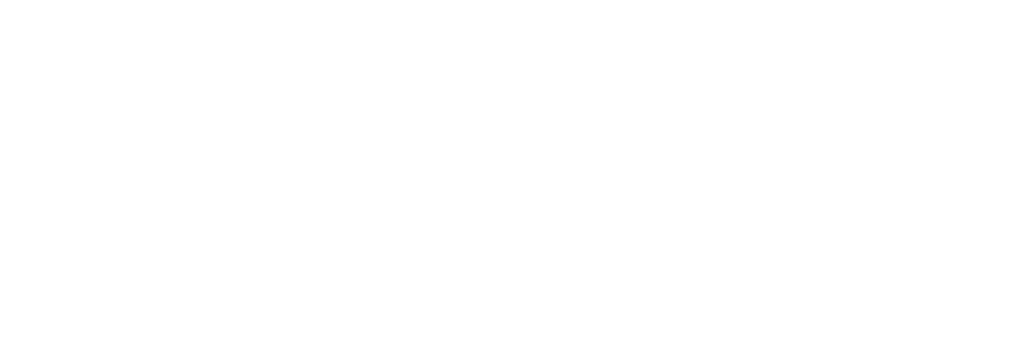
<source format=kicad_pcb>
(kicad_pcb (version 3) (host pcbnew "mm_stamp.dxf")

  (general
    (links 0)
    (no_connects 0)
    (area 0 0 0 0)
    (thickness 1.6)
    (drawings 5)
    (tracks 0)
    (zones 0)
    (modules 0)
    (nets 1)
  )

  (page A3)
  (layers
    (15 F.Cu signal)
    (0 B.Cu signal)
    (16 B.Adhes user)
    (17 F.Adhes user)
    (18 B.Paste user)
    (19 F.Paste user)
    (20 B.SilkS user)
    (21 F.SilkS user)
    (22 B.Mask user)
    (23 F.Mask user)
    (24 Dwgs.User user)
    (25 Cmts.User user)
    (26 Eco1.User user)
    (27 Eco2.User user)
    (28 Edge.Cuts user)
  )

  (setup
    (last_trace_width 0.254)
    (trace_clearance 0.254)
    (zone_clearance 0.508)
    (zone_45_only no)
    (trace_min 0.254)
    (segment_width 0.2)
    (edge_width 0.1)
    (via_size 0.889)
    (via_drill 0.635)
    (via_min_size 0.889)
    (via_min_drill 0.508)
    (uvia_size 0.508)
    (uvia_drill 0.127)
    (uvias_allowed no)
    (uvia_min_size 0.508)
    (uvia_min_drill 0.127)
    (pcb_text_width 0.3)
    (pcb_text_size 1.5 1.5)
    (mod_edge_width 0.15)
    (mod_text_size 1 1)
    (mod_text_width 0.15)
    (pad_size 1.5 1.5)
    (pad_drill 0.6)
    (pad_to_mask_clearance 0)
    (aux_axis_origin 0 0)
    (visible_elements FFFFF77F)
    (pcbplotparams
      (layerselection 3178497)
      (usegerberextensions true)
      (excludeedgelayer true)
      (linewidth 152400)
      (plotframeref false)
      (viasonmask false)
      (mode 1)
      (useauxorigin false)
      (hpglpennumber 1)
      (hpglpenspeed 20)
      (hpglpendiameter 15)
      (hpglpenoverlay 2)
      (psnegative false)
      (psa4output false)
      (plotreference true)
      (plotvalue true)
      (plotothertext true)
      (plotinvisibletext false)
      (padsonsilk false)
      (subtractmaskfromsilk false)
      (outputformat 1)
      (mirror false)
      (drillshape 1)
      (scaleselection 1)
      (outputdirectory ""))
  )

  (net 0 "")

  (net_class Default "This is the default net class."
    (clearance 0.254)
    (trace_width 0.254)
    (via_dia 0.889)
    (via_drill 0.635)
    (uvia_dia 0.508)
    (uvia_drill 0.127)
    (add_net "")
  )

  (gr_line (start 30.240196228027344 -127.18900299072266) (end 30.240196228027344 -127.18900299072266) (angle 90) (layer F.SilkS) (width 0.01))
  (gr_line (start 36.013702392578125 -135.38340759277344) (end 36.013702392578125 -135.38340759277344) (angle 90) (layer F.SilkS) (width 0.01))
  (gr_line (start 31.447063446044922 -139.6560821533203) (end 31.447063446044922 -139.6560821533203) (angle 90) (layer F.SilkS) (width 0.01))
  (gr_line (start 140.14511108398438 -135.38340759277344) (end 140.14511108398438 -135.38340759277344) (angle 90) (layer F.SilkS) (width 0.01))
  (gr_line (start 136.20263671875 -139.6560821533203) (end 136.20263671875 -139.6560821533203) (angle 90) (layer F.SilkS) (width 0.01))
  (gr_line (start 112.77503204345703 -163.54824829101562) (end 112.77503204345703 -163.54824829101562) (angle 90) (layer F.SilkS) (width 0.01))
  (gr_line (start 83.41061401367188 -176.42689514160156) (end 83.41061401367188 -176.42689514160156) (angle 90) (layer F.SilkS) (width 0.01))
  (gr_line (start 79.80147552490234 -194.53167724609375) (end 79.80147552490234 -194.53167724609375) (angle 90) (layer F.SilkS) (width 0.01))
  (gr_line (start 56.04551696777344 -211.00990295410156) (end 56.04551696777344 -211.00990295410156) (angle 90) (layer F.SilkS) (width 0.01))
  (gr_line (start 113.11636352539062 -211.00990295410156) (end 113.11636352539062 -211.00990295410156) (angle 90) (layer F.SilkS) (width 0.01))
  (gr_line (start -270.94580078125 -65.4820327758789) (end -271.3162536621094 -65.70922088623047) (angle 90) (layer F.SilkS) (width 0.01))
  (gr_line (start -271.3162536621094 -65.70922088623047) (end -271.4415283203125 -66.12298583984375) (angle 90) (layer F.SilkS) (width 0.01))
  (gr_line (start -271.4415283203125 -66.12298583984375) (end -271.3755798339844 -66.36336517333984) (angle 90) (layer F.SilkS) (width 0.01))
  (gr_line (start -271.3755798339844 -66.36336517333984) (end -271.21826171875 -66.55915069580078) (angle 90) (layer F.SilkS) (width 0.01))
  (gr_line (start -271.21826171875 -66.55915069580078) (end -271.3146057128906 -66.6877212524414) (angle 90) (layer F.SilkS) (width 0.01))
  (gr_line (start -271.3146057128906 -66.6877212524414) (end -271.3966979980469 -66.82553100585938) (angle 90) (layer F.SilkS) (width 0.01))
  (gr_line (start -271.3966979980469 -66.82553100585938) (end -271.4385070800781 -67.14434814453125) (angle 90) (layer F.SilkS) (width 0.01))
  (gr_line (start -271.4385070800781 -67.14434814453125) (end -271.33197021484375 -67.44989776611328) (angle 90) (layer F.SilkS) (width 0.01))
  (gr_line (start -271.33197021484375 -67.44989776611328) (end -271.0606994628906 -67.69432067871094) (angle 90) (layer F.SilkS) (width 0.01))
  (gr_line (start -271.0606994628906 -67.69432067871094) (end -270.69921875 -67.75177001953125) (angle 90) (layer F.SilkS) (width 0.01))
  (gr_line (start -270.69921875 -67.75177001953125) (end -270.6331481933594 -67.83226776123047) (angle 90) (layer F.SilkS) (width 0.01))
  (gr_line (start -270.6331481933594 -67.83226776123047) (end -270.5888366699219 -67.93026733398438) (angle 90) (layer F.SilkS) (width 0.01))
  (gr_line (start -270.5888366699219 -67.93026733398438) (end -270.5367126464844 -68.04175567626953) (angle 90) (layer F.SilkS) (width 0.01))
  (gr_line (start -270.5367126464844 -68.04175567626953) (end -270.62286376953125 -68.1034164428711) (angle 90) (layer F.SilkS) (width 0.01))
  (gr_line (start -270.62286376953125 -68.1034164428711) (end -270.76812744140625 -68.15629577636719) (angle 90) (layer F.SilkS) (width 0.01))
  (gr_line (start -270.76812744140625 -68.15629577636719) (end -270.9145812988281 -68.20402526855469) (angle 90) (layer F.SilkS) (width 0.01))
  (gr_line (start -270.9145812988281 -68.20402526855469) (end -270.93353271484375 -68.33527374267578) (angle 90) (layer F.SilkS) (width 0.01))
  (gr_line (start -270.93353271484375 -68.33527374267578) (end -270.9454345703125 -68.4675521850586) (angle 90) (layer F.SilkS) (width 0.01))
  (gr_line (start -270.9454345703125 -68.4675521850586) (end -270.95660400390625 -68.63272094726562) (angle 90) (layer F.SilkS) (width 0.01))
  (gr_line (start -270.95660400390625 -68.63272094726562) (end -270.9554748535156 -68.79862976074219) (angle 90) (layer F.SilkS) (width 0.01))
  (gr_line (start -270.9554748535156 -68.79862976074219) (end -270.9369201660156 -68.91986846923828) (angle 90) (layer F.SilkS) (width 0.01))
  (gr_line (start -270.9369201660156 -68.91986846923828) (end -270.9255676269531 -69.04170227050781) (angle 90) (layer F.SilkS) (width 0.01))
  (gr_line (start -270.9255676269531 -69.04170227050781) (end -270.85113525390625 -69.1095962524414) (angle 90) (layer F.SilkS) (width 0.01))
  (gr_line (start -270.85113525390625 -69.1095962524414) (end -270.7493896484375 -69.14340209960938) (angle 90) (layer F.SilkS) (width 0.01))
  (gr_line (start -270.7493896484375 -69.14340209960938) (end -270.6253967285156 -69.18385314941406) (angle 90) (layer F.SilkS) (width 0.01))
  (gr_line (start -270.6253967285156 -69.18385314941406) (end -270.5474548339844 -69.26493835449219) (angle 90) (layer F.SilkS) (width 0.01))
  (gr_line (start -270.5474548339844 -69.26493835449219) (end -270.6239013671875 -69.43536376953125) (angle 90) (layer F.SilkS) (width 0.01))
  (gr_line (start -270.6239013671875 -69.43536376953125) (end -270.6955261230469 -69.6080322265625) (angle 90) (layer F.SilkS) (width 0.01))
  (gr_line (start -270.6955261230469 -69.6080322265625) (end -270.51824951171875 -69.83822631835938) (angle 90) (layer F.SilkS) (width 0.01))
  (gr_line (start -270.51824951171875 -69.83822631835938) (end -270.3111267089844 -70.04093933105469) (angle 90) (layer F.SilkS) (width 0.01))
  (gr_line (start -270.3111267089844 -70.04093933105469) (end -270.1750793457031 -70.15406799316406) (angle 90) (layer F.SilkS) (width 0.01))
  (gr_line (start -270.1750793457031 -70.15406799316406) (end -270.0152282714844 -70.1898422241211) (angle 90) (layer F.SilkS) (width 0.01))
  (gr_line (start -270.0152282714844 -70.1898422241211) (end -269.86395263671875 -70.11768341064453) (angle 90) (layer F.SilkS) (width 0.01))
  (gr_line (start -269.86395263671875 -70.11768341064453) (end -269.71246337890625 -70.0459213256836) (angle 90) (layer F.SilkS) (width 0.01))
  (gr_line (start -269.71246337890625 -70.0459213256836) (end -269.6625061035156 -70.1547622680664) (angle 90) (layer F.SilkS) (width 0.01))
  (gr_line (start -269.6625061035156 -70.1547622680664) (end -269.6197204589844 -70.26661682128906) (angle 90) (layer F.SilkS) (width 0.01))
  (gr_line (start -269.6197204589844 -70.26661682128906) (end -269.5751953125 -70.3963851928711) (angle 90) (layer F.SilkS) (width 0.01))
  (gr_line (start -269.5751953125 -70.3963851928711) (end -269.45733642578125 -70.45235443115234) (angle 90) (layer F.SilkS) (width 0.01))
  (gr_line (start -269.45733642578125 -70.45235443115234) (end -269.3204650878906 -70.46731567382812) (angle 90) (layer F.SilkS) (width 0.01))
  (gr_line (start -269.3204650878906 -70.46731567382812) (end -269.18341064453125 -70.47228240966797) (angle 90) (layer F.SilkS) (width 0.01))
  (gr_line (start -269.18341064453125 -70.47228240966797) (end -269.0321044921875 -70.47256469726562) (angle 90) (layer F.SilkS) (width 0.01))
  (gr_line (start -269.0321044921875 -70.47256469726562) (end -268.8817443847656 -70.46231842041016) (angle 90) (layer F.SilkS) (width 0.01))
  (gr_line (start -268.8817443847656 -70.46231842041016) (end -268.7259521484375 -70.43448638916016) (angle 90) (layer F.SilkS) (width 0.01))
  (gr_line (start -268.7259521484375 -70.43448638916016) (end -268.6391906738281 -70.31106567382812) (angle 90) (layer F.SilkS) (width 0.01))
  (gr_line (start -268.6391906738281 -70.31106567382812) (end -268.5966796875 -70.1817398071289) (angle 90) (layer F.SilkS) (width 0.01))
  (gr_line (start -268.5966796875 -70.1817398071289) (end -268.55096435546875 -70.05364990234375) (angle 90) (layer F.SilkS) (width 0.01))
  (gr_line (start -268.55096435546875 -70.05364990234375) (end -268.4124755859375 -70.10302734375) (angle 90) (layer F.SilkS) (width 0.01))
  (gr_line (start -268.4124755859375 -70.10302734375) (end -268.2788391113281 -70.16545104980469) (angle 90) (layer F.SilkS) (width 0.01))
  (gr_line (start -268.2788391113281 -70.16545104980469) (end -268.161865234375 -70.20482635498047) (angle 90) (layer F.SilkS) (width 0.01))
  (gr_line (start -268.161865234375 -70.20482635498047) (end -268.0584411621094 -70.13556671142578) (angle 90) (layer F.SilkS) (width 0.01))
  (gr_line (start -268.0584411621094 -70.13556671142578) (end -267.77838134765625 -69.88819885253906) (angle 90) (layer F.SilkS) (width 0.01))
  (gr_line (start -267.77838134765625 -69.88819885253906) (end -267.55108642578125 -69.59107971191406) (angle 90) (layer F.SilkS) (width 0.01))
  (gr_line (start -267.55108642578125 -69.59107971191406) (end -267.64068603515625 -69.40949249267578) (angle 90) (layer F.SilkS) (width 0.01))
  (gr_line (start -267.64068603515625 -69.40949249267578) (end -267.7220153808594 -69.22368621826172) (angle 90) (layer F.SilkS) (width 0.01))
  (gr_line (start -267.7220153808594 -69.22368621826172) (end -267.5312805175781 -69.1548080444336) (angle 90) (layer F.SilkS) (width 0.01))
  (gr_line (start -267.5312805175781 -69.1548080444336) (end -267.34222412109375 -69.08269500732422) (angle 90) (layer F.SilkS) (width 0.01))
  (gr_line (start -267.34222412109375 -69.08269500732422) (end -267.3168029785156 -68.9605712890625) (angle 90) (layer F.SilkS) (width 0.01))
  (gr_line (start -267.3168029785156 -68.9605712890625) (end -267.299560546875 -68.83682250976562) (angle 90) (layer F.SilkS) (width 0.01))
  (gr_line (start -267.299560546875 -68.83682250976562) (end -267.28948974609375 -68.6832046508789) (angle 90) (layer F.SilkS) (width 0.01))
  (gr_line (start -267.28948974609375 -68.6832046508789) (end -267.2945861816406 -68.53012084960938) (angle 90) (layer F.SilkS) (width 0.01))
  (gr_line (start -267.2945861816406 -68.53012084960938) (end -267.3099670410156 -68.36367797851562) (angle 90) (layer F.SilkS) (width 0.01))
  (gr_line (start -267.3099670410156 -68.36367797851562) (end -267.3528747558594 -68.20342254638672) (angle 90) (layer F.SilkS) (width 0.01))
  (gr_line (start -267.3528747558594 -68.20342254638672) (end -267.5398254394531 -68.13603210449219) (angle 90) (layer F.SilkS) (width 0.01))
  (gr_line (start -267.5398254394531 -68.13603210449219) (end -267.72552490234375 -68.06517028808594) (angle 90) (layer F.SilkS) (width 0.01))
  (gr_line (start -267.72552490234375 -68.06517028808594) (end -267.6517639160156 -67.9094467163086) (angle 90) (layer F.SilkS) (width 0.01))
  (gr_line (start -267.6517639160156 -67.9094467163086) (end -267.5726318359375 -67.75674438476562) (angle 90) (layer F.SilkS) (width 0.01))
  (gr_line (start -267.5726318359375 -67.75674438476562) (end -267.4318542480469 -67.74517059326172) (angle 90) (layer F.SilkS) (width 0.01))
  (gr_line (start -267.4318542480469 -67.74517059326172) (end -267.29315185546875 -67.7168960571289) (angle 90) (layer F.SilkS) (width 0.01))
  (gr_line (start -267.29315185546875 -67.7168960571289) (end -267.1255798339844 -67.61807250976562) (angle 90) (layer F.SilkS) (width 0.01))
  (gr_line (start -267.1255798339844 -67.61807250976562) (end -266.9893798828125 -67.48079681396484) (angle 90) (layer F.SilkS) (width 0.01))
  (gr_line (start -266.9893798828125 -67.48079681396484) (end -266.88165283203125 -67.24930572509766) (angle 90) (layer F.SilkS) (width 0.01))
  (gr_line (start -266.88165283203125 -67.24930572509766) (end -266.8632507324219 -66.99393463134766) (angle 90) (layer F.SilkS) (width 0.01))
  (gr_line (start -266.8632507324219 -66.99393463134766) (end -266.921875 -66.7621841430664) (angle 90) (layer F.SilkS) (width 0.01))
  (gr_line (start -266.921875 -66.7621841430664) (end -267.0624694824219 -66.56757354736328) (angle 90) (layer F.SilkS) (width 0.01))
  (gr_line (start -267.0624694824219 -66.56757354736328) (end -266.8838806152344 -66.33139038085938) (angle 90) (layer F.SilkS) (width 0.01))
  (gr_line (start -266.8838806152344 -66.33139038085938) (end -266.8333435058594 -66.04142761230469) (angle 90) (layer F.SilkS) (width 0.01))
  (gr_line (start -266.8333435058594 -66.04142761230469) (end -266.9992370605469 -65.66217041015625) (angle 90) (layer F.SilkS) (width 0.01))
  (gr_line (start -266.9992370605469 -65.66217041015625) (end -267.3704833984375 -65.47753143310547) (angle 90) (layer F.SilkS) (width 0.01))
  (gr_line (start -267.3704833984375 -65.47753143310547) (end -267.5884704589844 -65.4920654296875) (angle 90) (layer F.SilkS) (width 0.01))
  (gr_line (start -267.5884704589844 -65.4920654296875) (end -267.7901306152344 -65.57756042480469) (angle 90) (layer F.SilkS) (width 0.01))
  (gr_line (start -267.7901306152344 -65.57756042480469) (end -267.9606018066406 -65.72013092041016) (angle 90) (layer F.SilkS) (width 0.01))
  (gr_line (start -267.9606018066406 -65.72013092041016) (end -268.1510925292969 -65.82918548583984) (angle 90) (layer F.SilkS) (width 0.01))
  (gr_line (start -268.1510925292969 -65.82918548583984) (end -268.5894775390625 -65.96026611328125) (angle 90) (layer F.SilkS) (width 0.01))
  (gr_line (start -268.5894775390625 -65.96026611328125) (end -269.0276794433594 -66.0925064086914) (angle 90) (layer F.SilkS) (width 0.01))
  (gr_line (start -269.0276794433594 -66.0925064086914) (end -269.2298889160156 -66.09996032714844) (angle 90) (layer F.SilkS) (width 0.01))
  (gr_line (start -269.2298889160156 -66.09996032714844) (end -269.4281921386719 -66.04022216796875) (angle 90) (layer F.SilkS) (width 0.01))
  (gr_line (start -269.4281921386719 -66.04022216796875) (end -269.8258361816406 -65.91836547851562) (angle 90) (layer F.SilkS) (width 0.01))
  (gr_line (start -269.8258361816406 -65.91836547851562) (end -270.22222900390625 -65.7943115234375) (angle 90) (layer F.SilkS) (width 0.01))
  (gr_line (start -270.22222900390625 -65.7943115234375) (end -270.5176086425781 -65.5625228881836) (angle 90) (layer F.SilkS) (width 0.01))
  (gr_line (start -270.5176086425781 -65.5625228881836) (end -270.877685546875 -65.47753143310547) (angle 90) (layer F.SilkS) (width 0.01))
  (gr_line (start -270.877685546875 -65.47753143310547) (end -270.9122619628906 -65.47696685791016) (angle 90) (layer F.SilkS) (width 0.01))
  (gr_line (start -270.9122619628906 -65.47696685791016) (end -270.94586181640625 -65.48193359375) (angle 90) (layer F.SilkS) (width 0.01))
  (gr_line (start -270.94586181640625 -65.48193359375) (end -270.94586181640625 -65.48194122314453) (angle 90) (layer F.SilkS) (width 0.01))
  (gr_line (start -270.94586181640625 -65.48194122314453) (end -270.94586181640625 -65.48194122314453) (angle 90) (layer F.SilkS) (width 0.01))
  (gr_line (start -270.7574157714844 -65.74940490722656) (end -270.5701599121094 -65.8501205444336) (angle 90) (layer F.SilkS) (width 0.01))
  (gr_line (start -270.5701599121094 -65.8501205444336) (end -270.4081115722656 -65.99031829833984) (angle 90) (layer F.SilkS) (width 0.01))
  (gr_line (start -270.4081115722656 -65.99031829833984) (end -270.1938171386719 -66.09086608886719) (angle 90) (layer F.SilkS) (width 0.01))
  (gr_line (start -270.1938171386719 -66.09086608886719) (end -269.9644775390625 -66.15584564208984) (angle 90) (layer F.SilkS) (width 0.01))
  (gr_line (start -269.9644775390625 -66.15584564208984) (end -269.68310546875 -66.2415542602539) (angle 90) (layer F.SilkS) (width 0.01))
  (gr_line (start -269.68310546875 -66.2415542602539) (end -269.4022521972656 -66.3288803100586) (angle 90) (layer F.SilkS) (width 0.01))
  (gr_line (start -269.4022521972656 -66.3288803100586) (end -269.7078552246094 -66.42501831054688) (angle 90) (layer F.SilkS) (width 0.01))
  (gr_line (start -269.7078552246094 -66.42501831054688) (end -270.0160217285156 -66.51229858398438) (angle 90) (layer F.SilkS) (width 0.01))
  (gr_line (start -270.0160217285156 -66.51229858398438) (end -270.2281188964844 -66.44902801513672) (angle 90) (layer F.SilkS) (width 0.01))
  (gr_line (start -270.2281188964844 -66.44902801513672) (end -270.4411926269531 -66.38993835449219) (angle 90) (layer F.SilkS) (width 0.01))
  (gr_line (start -270.4411926269531 -66.38993835449219) (end -270.6182861328125 -66.40653228759766) (angle 90) (layer F.SilkS) (width 0.01))
  (gr_line (start -270.6182861328125 -66.40653228759766) (end -270.7954406738281 -66.4198226928711) (angle 90) (layer F.SilkS) (width 0.01))
  (gr_line (start -270.7954406738281 -66.4198226928711) (end -271.0127868652344 -66.37226867675781) (angle 90) (layer F.SilkS) (width 0.01))
  (gr_line (start -271.0127868652344 -66.37226867675781) (end -271.1546936035156 -66.20103454589844) (angle 90) (layer F.SilkS) (width 0.01))
  (gr_line (start -271.1546936035156 -66.20103454589844) (end -271.1368408203125 -65.92193603515625) (angle 90) (layer F.SilkS) (width 0.01))
  (gr_line (start -271.1368408203125 -65.92193603515625) (end -270.91644287109375 -65.7494125366211) (angle 90) (layer F.SilkS) (width 0.01))
  (gr_line (start -270.91644287109375 -65.7494125366211) (end -270.8369140625 -65.74323272705078) (angle 90) (layer F.SilkS) (width 0.01))
  (gr_line (start -270.8369140625 -65.74323272705078) (end -270.7574157714844 -65.7494125366211) (angle 90) (layer F.SilkS) (width 0.01))
  (gr_line (start -270.7574157714844 -65.7494125366211) (end -270.7574157714844 -65.7494125366211) (angle 90) (layer F.SilkS) (width 0.01))
  (gr_line (start -270.7574157714844 -65.7494125366211) (end -270.7574157714844 -65.7494125366211) (angle 90) (layer F.SilkS) (width 0.01))
  (gr_line (start -270.906494140625 -65.88887023925781) (end -271.0369873046875 -66.01896667480469) (angle 90) (layer F.SilkS) (width 0.01))
  (gr_line (start -271.0369873046875 -66.01896667480469) (end -271.0048828125 -66.20155334472656) (angle 90) (layer F.SilkS) (width 0.01))
  (gr_line (start -271.0048828125 -66.20155334472656) (end -270.8802490234375 -66.27440643310547) (angle 90) (layer F.SilkS) (width 0.01))
  (gr_line (start -270.8802490234375 -66.27440643310547) (end -270.7391357421875 -66.24549865722656) (angle 90) (layer F.SilkS) (width 0.01))
  (gr_line (start -270.7391357421875 -66.24549865722656) (end -270.6466064453125 -66.09799194335938) (angle 90) (layer F.SilkS) (width 0.01))
  (gr_line (start -270.6466064453125 -66.09799194335938) (end -270.7107849121094 -65.9358901977539) (angle 90) (layer F.SilkS) (width 0.01))
  (gr_line (start -270.7107849121094 -65.9358901977539) (end -270.8013610839844 -65.88550567626953) (angle 90) (layer F.SilkS) (width 0.01))
  (gr_line (start -270.8013610839844 -65.88550567626953) (end -270.906494140625 -65.88886260986328) (angle 90) (layer F.SilkS) (width 0.01))
  (gr_line (start -270.906494140625 -65.88886260986328) (end -270.906494140625 -65.88886260986328) (angle 90) (layer F.SilkS) (width 0.01))
  (gr_line (start -270.906494140625 -65.88886260986328) (end -270.906494140625 -65.88886260986328) (angle 90) (layer F.SilkS) (width 0.01))
  (gr_line (start -267.3585205078125 -65.74939727783203) (end -267.1617431640625 -65.88448333740234) (angle 90) (layer F.SilkS) (width 0.01))
  (gr_line (start -267.1617431640625 -65.88448333740234) (end -267.100341796875 -66.1142807006836) (angle 90) (layer F.SilkS) (width 0.01))
  (gr_line (start -267.100341796875 -66.1142807006836) (end -267.2117919921875 -66.33521270751953) (angle 90) (layer F.SilkS) (width 0.01))
  (gr_line (start -267.2117919921875 -66.33521270751953) (end -267.4445495605469 -66.41980743408203) (angle 90) (layer F.SilkS) (width 0.01))
  (gr_line (start -267.4445495605469 -66.41980743408203) (end -267.56439208984375 -66.41952514648438) (angle 90) (layer F.SilkS) (width 0.01))
  (gr_line (start -267.56439208984375 -66.41952514648438) (end -267.68218994140625 -66.4000015258789) (angle 90) (layer F.SilkS) (width 0.01))
  (gr_line (start -267.68218994140625 -66.4000015258789) (end -267.8094787597656 -66.39093780517578) (angle 90) (layer F.SilkS) (width 0.01))
  (gr_line (start -267.8094787597656 -66.39093780517578) (end -267.9339294433594 -66.41495513916016) (angle 90) (layer F.SilkS) (width 0.01))
  (gr_line (start -267.9339294433594 -66.41495513916016) (end -268.2300720214844 -66.50541687011719) (angle 90) (layer F.SilkS) (width 0.01))
  (gr_line (start -268.2300720214844 -66.50541687011719) (end -268.52764892578125 -66.59226989746094) (angle 90) (layer F.SilkS) (width 0.01))
  (gr_line (start -268.52764892578125 -66.59226989746094) (end -268.94390869140625 -66.71845245361328) (angle 90) (layer F.SilkS) (width 0.01))
  (gr_line (start -268.94390869140625 -66.71845245361328) (end -269.3596496582031 -66.8462905883789) (angle 90) (layer F.SilkS) (width 0.01))
  (gr_line (start -269.3596496582031 -66.8462905883789) (end -269.4886779785156 -66.88224029541016) (angle 90) (layer F.SilkS) (width 0.01))
  (gr_line (start -269.4886779785156 -66.88224029541016) (end -269.6178894042969 -66.91957092285156) (angle 90) (layer F.SilkS) (width 0.01))
  (gr_line (start -269.6178894042969 -66.91957092285156) (end -269.9215393066406 -67.0107650756836) (angle 90) (layer F.SilkS) (width 0.01))
  (gr_line (start -269.9215393066406 -67.0107650756836) (end -270.2231140136719 -67.1082763671875) (angle 90) (layer F.SilkS) (width 0.01))
  (gr_line (start -270.2231140136719 -67.1082763671875) (end -270.32440185546875 -67.20626068115234) (angle 90) (layer F.SilkS) (width 0.01))
  (gr_line (start -270.32440185546875 -67.20626068115234) (end -270.4114685058594 -67.31816864013672) (angle 90) (layer F.SilkS) (width 0.01))
  (gr_line (start -270.4114685058594 -67.31816864013672) (end -270.6524658203125 -67.46405792236328) (angle 90) (layer F.SilkS) (width 0.01))
  (gr_line (start -270.6524658203125 -67.46405792236328) (end -270.9263916015625 -67.45494842529297) (angle 90) (layer F.SilkS) (width 0.01))
  (gr_line (start -270.9263916015625 -67.45494842529297) (end -271.0186462402344 -67.39042663574219) (angle 90) (layer F.SilkS) (width 0.01))
  (gr_line (start -271.0186462402344 -67.39042663574219) (end -270.91644287109375 -67.34536743164062) (angle 90) (layer F.SilkS) (width 0.01))
  (gr_line (start -270.91644287109375 -67.34536743164062) (end -270.77471923828125 -67.29195404052734) (angle 90) (layer F.SilkS) (width 0.01))
  (gr_line (start -270.77471923828125 -67.29195404052734) (end -270.72833251953125 -67.1622543334961) (angle 90) (layer F.SilkS) (width 0.01))
  (gr_line (start -270.72833251953125 -67.1622543334961) (end -270.7773742675781 -66.9968032836914) (angle 90) (layer F.SilkS) (width 0.01))
  (gr_line (start -270.7773742675781 -66.9968032836914) (end -270.9049987792969 -66.90406799316406) (angle 90) (layer F.SilkS) (width 0.01))
  (gr_line (start -270.9049987792969 -66.90406799316406) (end -271.0399475097656 -66.93974304199219) (angle 90) (layer F.SilkS) (width 0.01))
  (gr_line (start -271.0399475097656 -66.93974304199219) (end -271.17425537109375 -66.97914123535156) (angle 90) (layer F.SilkS) (width 0.01))
  (gr_line (start -271.17425537109375 -66.97914123535156) (end -271.0319519042969 -66.7718734741211) (angle 90) (layer F.SilkS) (width 0.01))
  (gr_line (start -271.0319519042969 -66.7718734741211) (end -270.7992248535156 -66.68377685546875) (angle 90) (layer F.SilkS) (width 0.01))
  (gr_line (start -270.7992248535156 -66.68377685546875) (end -270.5787353515625 -66.69495391845703) (angle 90) (layer F.SilkS) (width 0.01))
  (gr_line (start -270.5787353515625 -66.69495391845703) (end -270.36419677734375 -66.75507354736328) (angle 90) (layer F.SilkS) (width 0.01))
  (gr_line (start -270.36419677734375 -66.75507354736328) (end -270.19390869140625 -66.72439575195312) (angle 90) (layer F.SilkS) (width 0.01))
  (gr_line (start -270.19390869140625 -66.72439575195312) (end -270.0278625488281 -66.67478942871094) (angle 90) (layer F.SilkS) (width 0.01))
  (gr_line (start -270.0278625488281 -66.67478942871094) (end -269.48321533203125 -66.50812530517578) (angle 90) (layer F.SilkS) (width 0.01))
  (gr_line (start -269.48321533203125 -66.50812530517578) (end -268.9370422363281 -66.34735870361328) (angle 90) (layer F.SilkS) (width 0.01))
  (gr_line (start -268.9370422363281 -66.34735870361328) (end -268.4441223144531 -66.19782257080078) (angle 90) (layer F.SilkS) (width 0.01))
  (gr_line (start -268.4441223144531 -66.19782257080078) (end -267.9522399902344 -66.04637145996094) (angle 90) (layer F.SilkS) (width 0.01))
  (gr_line (start -267.9522399902344 -66.04637145996094) (end -267.7435607910156 -65.88359069824219) (angle 90) (layer F.SilkS) (width 0.01))
  (gr_line (start -267.7435607910156 -65.88359069824219) (end -267.5175476074219 -65.74951934814453) (angle 90) (layer F.SilkS) (width 0.01))
  (gr_line (start -267.5175476074219 -65.74951934814453) (end -267.4380187988281 -65.74333190917969) (angle 90) (layer F.SilkS) (width 0.01))
  (gr_line (start -267.4380187988281 -65.74333190917969) (end -267.3585205078125 -65.74951934814453) (angle 90) (layer F.SilkS) (width 0.01))
  (gr_line (start -267.3585205078125 -65.74951934814453) (end -267.3585205078125 -65.74950408935547) (angle 90) (layer F.SilkS) (width 0.01))
  (gr_line (start -267.3585205078125 -65.74950408935547) (end -267.3585205078125 -65.74950408935547) (angle 90) (layer F.SilkS) (width 0.01))
  (gr_line (start -267.4872131347656 -65.88896942138672) (end -267.6261901855469 -66.06119537353516) (angle 90) (layer F.SilkS) (width 0.01))
  (gr_line (start -267.6261901855469 -66.06119537353516) (end -267.5173034667969 -66.25405883789062) (angle 90) (layer F.SilkS) (width 0.01))
  (gr_line (start -267.5173034667969 -66.25405883789062) (end -267.3426818847656 -66.25840759277344) (angle 90) (layer F.SilkS) (width 0.01))
  (gr_line (start -267.3426818847656 -66.25840759277344) (end -267.2348327636719 -66.1214370727539) (angle 90) (layer F.SilkS) (width 0.01))
  (gr_line (start -267.2348327636719 -66.1214370727539) (end -267.281982421875 -65.94375610351562) (angle 90) (layer F.SilkS) (width 0.01))
  (gr_line (start -267.281982421875 -65.94375610351562) (end -267.4555358886719 -65.88398742675781) (angle 90) (layer F.SilkS) (width 0.01))
  (gr_line (start -267.4555358886719 -65.88398742675781) (end -267.47283935546875 -65.8834228515625) (angle 90) (layer F.SilkS) (width 0.01))
  (gr_line (start -267.47283935546875 -65.8834228515625) (end -267.4872131347656 -65.88900756835938) (angle 90) (layer F.SilkS) (width 0.01))
  (gr_line (start -267.4872131347656 -65.88900756835938) (end -267.4872131347656 -65.88899230957031) (angle 90) (layer F.SilkS) (width 0.01))
  (gr_line (start -267.4872131347656 -65.88899230957031) (end -267.4872131347656 -65.88899230957031) (angle 90) (layer F.SilkS) (width 0.01))
  (gr_line (start -268.2519226074219 -66.6688461303711) (end -268.1452331542969 -66.70396423339844) (angle 90) (layer F.SilkS) (width 0.01))
  (gr_line (start -268.1452331542969 -66.70396423339844) (end -268.0374755859375 -66.73600006103516) (angle 90) (layer F.SilkS) (width 0.01))
  (gr_line (start -268.0374755859375 -66.73600006103516) (end -267.843505859375 -66.7382583618164) (angle 90) (layer F.SilkS) (width 0.01))
  (gr_line (start -267.843505859375 -66.7382583618164) (end -267.65203857421875 -66.6868896484375) (angle 90) (layer F.SilkS) (width 0.01))
  (gr_line (start -267.65203857421875 -66.6868896484375) (end -267.3572082519531 -66.7064437866211) (angle 90) (layer F.SilkS) (width 0.01))
  (gr_line (start -267.3572082519531 -66.7064437866211) (end -267.14019775390625 -66.89988708496094) (angle 90) (layer F.SilkS) (width 0.01))
  (gr_line (start -267.14019775390625 -66.89988708496094) (end -267.1534423828125 -66.96781921386719) (angle 90) (layer F.SilkS) (width 0.01))
  (gr_line (start -267.1534423828125 -66.96781921386719) (end -267.26983642578125 -66.9294662475586) (angle 90) (layer F.SilkS) (width 0.01))
  (gr_line (start -267.26983642578125 -66.9294662475586) (end -267.407958984375 -66.90990447998047) (angle 90) (layer F.SilkS) (width 0.01))
  (gr_line (start -267.407958984375 -66.90990447998047) (end -267.4964904785156 -67.0047607421875) (angle 90) (layer F.SilkS) (width 0.01))
  (gr_line (start -267.4964904785156 -67.0047607421875) (end -267.54730224609375 -67.16325378417969) (angle 90) (layer F.SilkS) (width 0.01))
  (gr_line (start -267.54730224609375 -67.16325378417969) (end -267.4876708984375 -67.3005142211914) (angle 90) (layer F.SilkS) (width 0.01))
  (gr_line (start -267.4876708984375 -67.3005142211914) (end -267.36041259765625 -67.34388732910156) (angle 90) (layer F.SilkS) (width 0.01))
  (gr_line (start -267.36041259765625 -67.34388732910156) (end -267.23907470703125 -67.39527130126953) (angle 90) (layer F.SilkS) (width 0.01))
  (gr_line (start -267.23907470703125 -67.39527130126953) (end -267.3235168457031 -67.44214630126953) (angle 90) (layer F.SilkS) (width 0.01))
  (gr_line (start -267.3235168457031 -67.44214630126953) (end -267.41229248046875 -67.47982025146484) (angle 90) (layer F.SilkS) (width 0.01))
  (gr_line (start -267.41229248046875 -67.47982025146484) (end -267.63665771484375 -67.45927429199219) (angle 90) (layer F.SilkS) (width 0.01))
  (gr_line (start -267.63665771484375 -67.45927429199219) (end -267.83056640625 -67.33972930908203) (angle 90) (layer F.SilkS) (width 0.01))
  (gr_line (start -267.83056640625 -67.33972930908203) (end -267.96063232421875 -67.19445037841797) (angle 90) (layer F.SilkS) (width 0.01))
  (gr_line (start -267.96063232421875 -67.19445037841797) (end -268.1166076660156 -67.08334350585938) (angle 90) (layer F.SilkS) (width 0.01))
  (gr_line (start -268.1166076660156 -67.08334350585938) (end -268.4950256347656 -66.96944427490234) (angle 90) (layer F.SilkS) (width 0.01))
  (gr_line (start -268.4950256347656 -66.96944427490234) (end -268.873046875 -66.85350036621094) (angle 90) (layer F.SilkS) (width 0.01))
  (gr_line (start -268.873046875 -66.85350036621094) (end -268.7159423828125 -66.80209350585938) (angle 90) (layer F.SilkS) (width 0.01))
  (gr_line (start -268.7159423828125 -66.80209350585938) (end -268.5572814941406 -66.75519561767578) (angle 90) (layer F.SilkS) (width 0.01))
  (gr_line (start -268.5572814941406 -66.75519561767578) (end -268.4052429199219 -66.70894622802734) (angle 90) (layer F.SilkS) (width 0.01))
  (gr_line (start -268.4052429199219 -66.70894622802734) (end -268.2519226074219 -66.6688003540039) (angle 90) (layer F.SilkS) (width 0.01))
  (gr_line (start -268.2519226074219 -66.6688003540039) (end -268.2519226074219 -66.6688003540039) (angle 90) (layer F.SilkS) (width 0.01))
  (gr_line (start -268.2519226074219 -66.6688003540039) (end -268.2519226074219 -66.6688003540039) (angle 90) (layer F.SilkS) (width 0.01))
  (gr_line (start -269.21038818359375 -67.08916473388672) (end -269.19091796875 -67.24382019042969) (angle 90) (layer F.SilkS) (width 0.01))
  (gr_line (start -269.19091796875 -67.24382019042969) (end -269.0934753417969 -67.32540893554688) (angle 90) (layer F.SilkS) (width 0.01))
  (gr_line (start -269.0934753417969 -67.32540893554688) (end -269.0700988769531 -67.19471740722656) (angle 90) (layer F.SilkS) (width 0.01))
  (gr_line (start -269.0700988769531 -67.19471740722656) (end -269.0124206542969 -67.08812713623047) (angle 90) (layer F.SilkS) (width 0.01))
  (gr_line (start -269.0124206542969 -67.08812713623047) (end -268.9405212402344 -67.16710662841797) (angle 90) (layer F.SilkS) (width 0.01))
  (gr_line (start -268.9405212402344 -67.16710662841797) (end -268.93359375 -67.28736114501953) (angle 90) (layer F.SilkS) (width 0.01))
  (gr_line (start -268.93359375 -67.28736114501953) (end -268.8525390625 -67.38394165039062) (angle 90) (layer F.SilkS) (width 0.01))
  (gr_line (start -268.8525390625 -67.38394165039062) (end -268.82568359375 -67.27155303955078) (angle 90) (layer F.SilkS) (width 0.01))
  (gr_line (start -268.82568359375 -67.27155303955078) (end -268.78857421875 -67.15664672851562) (angle 90) (layer F.SilkS) (width 0.01))
  (gr_line (start -268.78857421875 -67.15664672851562) (end -268.68621826171875 -67.2614517211914) (angle 90) (layer F.SilkS) (width 0.01))
  (gr_line (start -268.68621826171875 -67.2614517211914) (end -268.6506042480469 -67.34829711914062) (angle 90) (layer F.SilkS) (width 0.01))
  (gr_line (start -268.6506042480469 -67.34829711914062) (end -268.6086730957031 -67.43277740478516) (angle 90) (layer F.SilkS) (width 0.01))
  (gr_line (start -268.6086730957031 -67.43277740478516) (end -268.5648498535156 -67.52698516845703) (angle 90) (layer F.SilkS) (width 0.01))
  (gr_line (start -268.5648498535156 -67.52698516845703) (end -268.4687805175781 -67.5136947631836) (angle 90) (layer F.SilkS) (width 0.01))
  (gr_line (start -268.4687805175781 -67.5136947631836) (end -268.33746337890625 -67.45206451416016) (angle 90) (layer F.SilkS) (width 0.01))
  (gr_line (start -268.33746337890625 -67.45206451416016) (end -268.2060852050781 -67.39014434814453) (angle 90) (layer F.SilkS) (width 0.01))
  (gr_line (start -268.2060852050781 -67.39014434814453) (end -268.03155517578125 -67.53031921386719) (angle 90) (layer F.SilkS) (width 0.01))
  (gr_line (start -268.03155517578125 -67.53031921386719) (end -267.8833312988281 -67.69790649414062) (angle 90) (layer F.SilkS) (width 0.01))
  (gr_line (start -267.8833312988281 -67.69790649414062) (end -267.8970642089844 -67.80513763427734) (angle 90) (layer F.SilkS) (width 0.01))
  (gr_line (start -267.8970642089844 -67.80513763427734) (end -267.9480895996094 -67.90533447265625) (angle 90) (layer F.SilkS) (width 0.01))
  (gr_line (start -267.9480895996094 -67.90533447265625) (end -268.0000305175781 -68.01123046875) (angle 90) (layer F.SilkS) (width 0.01))
  (gr_line (start -268.0000305175781 -68.01123046875) (end -267.9977722167969 -68.12250518798828) (angle 90) (layer F.SilkS) (width 0.01))
  (gr_line (start -267.9977722167969 -68.12250518798828) (end -267.95184326171875 -68.24463653564453) (angle 90) (layer F.SilkS) (width 0.01))
  (gr_line (start -267.95184326171875 -68.24463653564453) (end -267.84906005859375 -68.31137084960938) (angle 90) (layer F.SilkS) (width 0.01))
  (gr_line (start -267.84906005859375 -68.31137084960938) (end -267.71429443359375 -68.35863494873047) (angle 90) (layer F.SilkS) (width 0.01))
  (gr_line (start -267.71429443359375 -68.35863494873047) (end -267.5783386230469 -68.40314483642578) (angle 90) (layer F.SilkS) (width 0.01))
  (gr_line (start -267.5783386230469 -68.40314483642578) (end -267.5600280761719 -68.56859588623047) (angle 90) (layer F.SilkS) (width 0.01))
  (gr_line (start -267.5600280761719 -68.56859588623047) (end -267.5564880371094 -68.73486328125) (angle 90) (layer F.SilkS) (width 0.01))
  (gr_line (start -267.5564880371094 -68.73486328125) (end -267.56878662109375 -68.83953094482422) (angle 90) (layer F.SilkS) (width 0.01))
  (gr_line (start -267.56878662109375 -68.83953094482422) (end -267.6353759765625 -68.90629577636719) (angle 90) (layer F.SilkS) (width 0.01))
  (gr_line (start -267.6353759765625 -68.90629577636719) (end -267.78912353515625 -68.96119689941406) (angle 90) (layer F.SilkS) (width 0.01))
  (gr_line (start -267.78912353515625 -68.96119689941406) (end -267.9419860839844 -69.01686096191406) (angle 90) (layer F.SilkS) (width 0.01))
  (gr_line (start -267.9419860839844 -69.01686096191406) (end -267.99493408203125 -69.1532974243164) (angle 90) (layer F.SilkS) (width 0.01))
  (gr_line (start -267.99493408203125 -69.1532974243164) (end -267.99267578125 -69.2919921875) (angle 90) (layer F.SilkS) (width 0.01))
  (gr_line (start -267.99267578125 -69.2919921875) (end -267.925048828125 -69.43264770507812) (angle 90) (layer F.SilkS) (width 0.01))
  (gr_line (start -267.925048828125 -69.43264770507812) (end -267.8631896972656 -69.5759506225586) (angle 90) (layer F.SilkS) (width 0.01))
  (gr_line (start -267.8631896972656 -69.5759506225586) (end -268.0238952636719 -69.75387573242188) (angle 90) (layer F.SilkS) (width 0.01))
  (gr_line (start -268.0238952636719 -69.75387573242188) (end -268.20587158203125 -69.909423828125) (angle 90) (layer F.SilkS) (width 0.01))
  (gr_line (start -268.20587158203125 -69.909423828125) (end -268.3692626953125 -69.82621002197266) (angle 90) (layer F.SilkS) (width 0.01))
  (gr_line (start -268.3692626953125 -69.82621002197266) (end -268.5357971191406 -69.74903869628906) (angle 90) (layer F.SilkS) (width 0.01))
  (gr_line (start -268.5357971191406 -69.74903869628906) (end -268.65631103515625 -69.79247283935547) (angle 90) (layer F.SilkS) (width 0.01))
  (gr_line (start -268.65631103515625 -69.79247283935547) (end -268.77471923828125 -69.8411865234375) (angle 90) (layer F.SilkS) (width 0.01))
  (gr_line (start -268.77471923828125 -69.8411865234375) (end -268.80572509765625 -69.96979522705078) (angle 90) (layer F.SilkS) (width 0.01))
  (gr_line (start -268.80572509765625 -69.96979522705078) (end -268.84967041015625 -70.0956802368164) (angle 90) (layer F.SilkS) (width 0.01))
  (gr_line (start -268.84967041015625 -70.0956802368164) (end -268.927978515625 -70.19784545898438) (angle 90) (layer F.SilkS) (width 0.01))
  (gr_line (start -268.927978515625 -70.19784545898438) (end -269.0657958984375 -70.2052993774414) (angle 90) (layer F.SilkS) (width 0.01))
  (gr_line (start -269.0657958984375 -70.2052993774414) (end -269.2164001464844 -70.20501708984375) (angle 90) (layer F.SilkS) (width 0.01))
  (gr_line (start -269.2164001464844 -70.20501708984375) (end -269.3670349121094 -70.19347381591797) (angle 90) (layer F.SilkS) (width 0.01))
  (gr_line (start -269.3670349121094 -70.19347381591797) (end -269.4283447265625 -70.01155090332031) (angle 90) (layer F.SilkS) (width 0.01))
  (gr_line (start -269.4283447265625 -70.01155090332031) (end -269.4898986816406 -69.82981872558594) (angle 90) (layer F.SilkS) (width 0.01))
  (gr_line (start -269.4898986816406 -69.82981872558594) (end -269.63421630859375 -69.77312469482422) (angle 90) (layer F.SilkS) (width 0.01))
  (gr_line (start -269.63421630859375 -69.77312469482422) (end -269.7815856933594 -69.77902221679688) (angle 90) (layer F.SilkS) (width 0.01))
  (gr_line (start -269.7815856933594 -69.77902221679688) (end -269.91644287109375 -69.84480285644531) (angle 90) (layer F.SilkS) (width 0.01))
  (gr_line (start -269.91644287109375 -69.84480285644531) (end -270.0539245605469 -69.9035415649414) (angle 90) (layer F.SilkS) (width 0.01))
  (gr_line (start -270.0539245605469 -69.9035415649414) (end -270.235595703125 -69.74703979492188) (angle 90) (layer F.SilkS) (width 0.01))
  (gr_line (start -270.235595703125 -69.74703979492188) (end -270.39141845703125 -69.56473541259766) (angle 90) (layer F.SilkS) (width 0.01))
  (gr_line (start -270.39141845703125 -69.56473541259766) (end -270.3043212890625 -69.39329528808594) (angle 90) (layer F.SilkS) (width 0.01))
  (gr_line (start -270.3043212890625 -69.39329528808594) (end -270.2220764160156 -69.21891784667969) (angle 90) (layer F.SilkS) (width 0.01))
  (gr_line (start -270.2220764160156 -69.21891784667969) (end -270.27569580078125 -69.10161590576172) (angle 90) (layer F.SilkS) (width 0.01))
  (gr_line (start -270.27569580078125 -69.10161590576172) (end -270.3512268066406 -69.00102233886719) (angle 90) (layer F.SilkS) (width 0.01))
  (gr_line (start -270.3512268066406 -69.00102233886719) (end -270.5169372558594 -68.94234466552734) (angle 90) (layer F.SilkS) (width 0.01))
  (gr_line (start -270.5169372558594 -68.94234466552734) (end -270.6783142089844 -68.87251281738281) (angle 90) (layer F.SilkS) (width 0.01))
  (gr_line (start -270.6783142089844 -68.87251281738281) (end -270.6880798339844 -68.6878433227539) (angle 90) (layer F.SilkS) (width 0.01))
  (gr_line (start -270.6880798339844 -68.6878433227539) (end -270.68829345703125 -68.50240325927734) (angle 90) (layer F.SilkS) (width 0.01))
  (gr_line (start -270.68829345703125 -68.50240325927734) (end -270.6640319824219 -68.41584777832031) (angle 90) (layer F.SilkS) (width 0.01))
  (gr_line (start -270.6640319824219 -68.41584777832031) (end -270.58587646484375 -68.37259674072266) (angle 90) (layer F.SilkS) (width 0.01))
  (gr_line (start -270.58587646484375 -68.37259674072266) (end -270.4462890625 -68.32750701904297) (angle 90) (layer F.SilkS) (width 0.01))
  (gr_line (start -270.4462890625 -68.32750701904297) (end -270.3096923828125 -68.27521514892578) (angle 90) (layer F.SilkS) (width 0.01))
  (gr_line (start -270.3096923828125 -68.27521514892578) (end -270.26666259765625 -68.16470336914062) (angle 90) (layer F.SilkS) (width 0.01))
  (gr_line (start -270.26666259765625 -68.16470336914062) (end -270.2270812988281 -68.05367279052734) (angle 90) (layer F.SilkS) (width 0.01))
  (gr_line (start -270.2270812988281 -68.05367279052734) (end -270.29693603515625 -67.91650390625) (angle 90) (layer F.SilkS) (width 0.01))
  (gr_line (start -270.29693603515625 -67.91650390625) (end -270.3615417480469 -67.77710723876953) (angle 90) (layer F.SilkS) (width 0.01))
  (gr_line (start -270.3615417480469 -67.77710723876953) (end -270.3207092285156 -67.63053131103516) (angle 90) (layer F.SilkS) (width 0.01))
  (gr_line (start -270.3207092285156 -67.63053131103516) (end -270.1952819824219 -67.5165023803711) (angle 90) (layer F.SilkS) (width 0.01))
  (gr_line (start -270.1952819824219 -67.5165023803711) (end -270.0725402832031 -67.40962219238281) (angle 90) (layer F.SilkS) (width 0.01))
  (gr_line (start -270.0725402832031 -67.40962219238281) (end -269.91888427734375 -67.45000457763672) (angle 90) (layer F.SilkS) (width 0.01))
  (gr_line (start -269.91888427734375 -67.45000457763672) (end -269.8110046386719 -67.49893951416016) (angle 90) (layer F.SilkS) (width 0.01))
  (gr_line (start -269.8110046386719 -67.49893951416016) (end -269.7039489746094 -67.5487060546875) (angle 90) (layer F.SilkS) (width 0.01))
  (gr_line (start -269.7039489746094 -67.5487060546875) (end -269.6325988769531 -67.42347717285156) (angle 90) (layer F.SilkS) (width 0.01))
  (gr_line (start -269.6325988769531 -67.42347717285156) (end -269.5735778808594 -67.29142761230469) (angle 90) (layer F.SilkS) (width 0.01))
  (gr_line (start -269.5735778808594 -67.29142761230469) (end -269.5135192871094 -67.18981170654297) (angle 90) (layer F.SilkS) (width 0.01))
  (gr_line (start -269.5135192871094 -67.18981170654297) (end -269.439208984375 -67.21115112304688) (angle 90) (layer F.SilkS) (width 0.01))
  (gr_line (start -269.439208984375 -67.21115112304688) (end -269.44091796875 -67.34170532226562) (angle 90) (layer F.SilkS) (width 0.01))
  (gr_line (start -269.44091796875 -67.34170532226562) (end -269.3659362792969 -67.37181854248047) (angle 90) (layer F.SilkS) (width 0.01))
  (gr_line (start -269.3659362792969 -67.37181854248047) (end -269.32647705078125 -67.28539276123047) (angle 90) (layer F.SilkS) (width 0.01))
  (gr_line (start -269.32647705078125 -67.28539276123047) (end -269.32147216796875 -67.18547058105469) (angle 90) (layer F.SilkS) (width 0.01))
  (gr_line (start -269.32147216796875 -67.18547058105469) (end -269.29205322265625 -67.10391235351562) (angle 90) (layer F.SilkS) (width 0.01))
  (gr_line (start -269.29205322265625 -67.10391235351562) (end -269.2100830078125 -67.08924102783203) (angle 90) (layer F.SilkS) (width 0.01))
  (gr_line (start -269.2100830078125 -67.08924102783203) (end -269.2100830078125 -67.08926391601562) (angle 90) (layer F.SilkS) (width 0.01))
  (gr_line (start -269.2100830078125 -67.08926391601562) (end -269.2100830078125 -67.08926391601562) (angle 90) (layer F.SilkS) (width 0.01))
  (gr_line (start -269.327880859375 -67.68020629882812) (end -269.3734130859375 -67.78946685791016) (angle 90) (layer F.SilkS) (width 0.01))
  (gr_line (start -269.3734130859375 -67.78946685791016) (end -269.3276062011719 -67.91425323486328) (angle 90) (layer F.SilkS) (width 0.01))
  (gr_line (start -269.3276062011719 -67.91425323486328) (end -269.26300048828125 -68.0712890625) (angle 90) (layer F.SilkS) (width 0.01))
  (gr_line (start -269.26300048828125 -68.0712890625) (end -269.1327819824219 -68.16329193115234) (angle 90) (layer F.SilkS) (width 0.01))
  (gr_line (start -269.1327819824219 -68.16329193115234) (end -269.00885009765625 -68.06327056884766) (angle 90) (layer F.SilkS) (width 0.01))
  (gr_line (start -269.00885009765625 -68.06327056884766) (end -268.9449462890625 -67.90741729736328) (angle 90) (layer F.SilkS) (width 0.01))
  (gr_line (start -268.9449462890625 -67.90741729736328) (end -268.8994140625 -67.78956604003906) (angle 90) (layer F.SilkS) (width 0.01))
  (gr_line (start -268.8994140625 -67.78956604003906) (end -268.9366149902344 -67.68008422851562) (angle 90) (layer F.SilkS) (width 0.01))
  (gr_line (start -268.9366149902344 -67.68008422851562) (end -269.13226318359375 -67.67658233642578) (angle 90) (layer F.SilkS) (width 0.01))
  (gr_line (start -269.13226318359375 -67.67658233642578) (end -269.327880859375 -67.6801986694336) (angle 90) (layer F.SilkS) (width 0.01))
  (gr_line (start -269.327880859375 -67.6801986694336) (end -269.327880859375 -67.6801986694336) (angle 90) (layer F.SilkS) (width 0.01))
  (gr_line (start -269.327880859375 -67.6801986694336) (end -269.327880859375 -67.6801986694336) (angle 90) (layer F.SilkS) (width 0.01))
  (gr_line (start -270.1033020019531 -68.21805572509766) (end -270.1851806640625 -68.28155517578125) (angle 90) (layer F.SilkS) (width 0.01))
  (gr_line (start -270.1851806640625 -68.28155517578125) (end -270.1871643066406 -68.39120483398438) (angle 90) (layer F.SilkS) (width 0.01))
  (gr_line (start -270.1871643066406 -68.39120483398438) (end -270.0970764160156 -68.66344451904297) (angle 90) (layer F.SilkS) (width 0.01))
  (gr_line (start -270.0970764160156 -68.66344451904297) (end -270.0023498535156 -68.93355560302734) (angle 90) (layer F.SilkS) (width 0.01))
  (gr_line (start -270.0023498535156 -68.93355560302734) (end -269.92486572265625 -68.97637939453125) (angle 90) (layer F.SilkS) (width 0.01))
  (gr_line (start -269.92486572265625 -68.97637939453125) (end -269.8370056152344 -68.9561996459961) (angle 90) (layer F.SilkS) (width 0.01))
  (gr_line (start -269.8370056152344 -68.9561996459961) (end -269.6093444824219 -68.77049255371094) (angle 90) (layer F.SilkS) (width 0.01))
  (gr_line (start -269.6093444824219 -68.77049255371094) (end -269.395263671875 -68.56946563720703) (angle 90) (layer F.SilkS) (width 0.01))
  (gr_line (start -269.395263671875 -68.56946563720703) (end -269.35546875 -68.40825653076172) (angle 90) (layer F.SilkS) (width 0.01))
  (gr_line (start -269.35546875 -68.40825653076172) (end -269.45843505859375 -68.28279876708984) (angle 90) (layer F.SilkS) (width 0.01))
  (gr_line (start -269.45843505859375 -68.28279876708984) (end -269.58575439453125 -68.24275970458984) (angle 90) (layer F.SilkS) (width 0.01))
  (gr_line (start -269.58575439453125 -68.24275970458984) (end -269.7213439941406 -68.23299407958984) (angle 90) (layer F.SilkS) (width 0.01))
  (gr_line (start -269.7213439941406 -68.23299407958984) (end -269.88092041015625 -68.22669982910156) (angle 90) (layer F.SilkS) (width 0.01))
  (gr_line (start -269.88092041015625 -68.22669982910156) (end -270.0406188964844 -68.22303009033203) (angle 90) (layer F.SilkS) (width 0.01))
  (gr_line (start -270.0406188964844 -68.22303009033203) (end -270.0701599121094 -68.21259307861328) (angle 90) (layer F.SilkS) (width 0.01))
  (gr_line (start -270.0701599121094 -68.21259307861328) (end -270.1033020019531 -68.2180404663086) (angle 90) (layer F.SilkS) (width 0.01))
  (gr_line (start -270.1033020019531 -68.2180404663086) (end -270.1033020019531 -68.2180404663086) (angle 90) (layer F.SilkS) (width 0.01))
  (gr_line (start -270.1033020019531 -68.2180404663086) (end -270.1033020019531 -68.2180404663086) (angle 90) (layer F.SilkS) (width 0.01))
  (gr_line (start -268.240478515625 -68.2180404663086) (end -268.3514404296875 -68.2236557006836) (angle 90) (layer F.SilkS) (width 0.01))
  (gr_line (start -268.3514404296875 -68.2236557006836) (end -268.4621887207031 -68.23300170898438) (angle 90) (layer F.SilkS) (width 0.01))
  (gr_line (start -268.4621887207031 -68.23300170898438) (end -268.5932922363281 -68.23748779296875) (angle 90) (layer F.SilkS) (width 0.01))
  (gr_line (start -268.5932922363281 -68.23748779296875) (end -268.7239074707031 -68.24296569824219) (angle 90) (layer F.SilkS) (width 0.01))
  (gr_line (start -268.7239074707031 -68.24296569824219) (end -268.882568359375 -68.3359146118164) (angle 90) (layer F.SilkS) (width 0.01))
  (gr_line (start -268.882568359375 -68.3359146118164) (end -268.9081726074219 -68.51069641113281) (angle 90) (layer F.SilkS) (width 0.01))
  (gr_line (start -268.9081726074219 -68.51069641113281) (end -268.78192138671875 -68.67279052734375) (angle 90) (layer F.SilkS) (width 0.01))
  (gr_line (start -268.78192138671875 -68.67279052734375) (end -268.623291015625 -68.806396484375) (angle 90) (layer F.SilkS) (width 0.01))
  (gr_line (start -268.623291015625 -68.806396484375) (end -268.480224609375 -68.924072265625) (angle 90) (layer F.SilkS) (width 0.01))
  (gr_line (start -268.480224609375 -68.924072265625) (end -268.31097412109375 -68.96617126464844) (angle 90) (layer F.SilkS) (width 0.01))
  (gr_line (start -268.31097412109375 -68.96617126464844) (end -268.2441711425781 -68.87084197998047) (angle 90) (layer F.SilkS) (width 0.01))
  (gr_line (start -268.2441711425781 -68.87084197998047) (end -268.2117614746094 -68.75812530517578) (angle 90) (layer F.SilkS) (width 0.01))
  (gr_line (start -268.2117614746094 -68.75812530517578) (end -268.14263916015625 -68.56094360351562) (angle 90) (layer F.SilkS) (width 0.01))
  (gr_line (start -268.14263916015625 -68.56094360351562) (end -268.082275390625 -68.36076354980469) (angle 90) (layer F.SilkS) (width 0.01))
  (gr_line (start -268.082275390625 -68.36076354980469) (end -268.1162414550781 -68.24182891845703) (angle 90) (layer F.SilkS) (width 0.01))
  (gr_line (start -268.1162414550781 -68.24182891845703) (end -268.240478515625 -68.21806335449219) (angle 90) (layer F.SilkS) (width 0.01))
  (gr_line (start -268.240478515625 -68.21806335449219) (end -268.240478515625 -68.21804809570312) (angle 90) (layer F.SilkS) (width 0.01))
  (gr_line (start -268.240478515625 -68.21804809570312) (end -268.240478515625 -68.21804809570312) (angle 90) (layer F.SilkS) (width 0.01))

)

</source>
